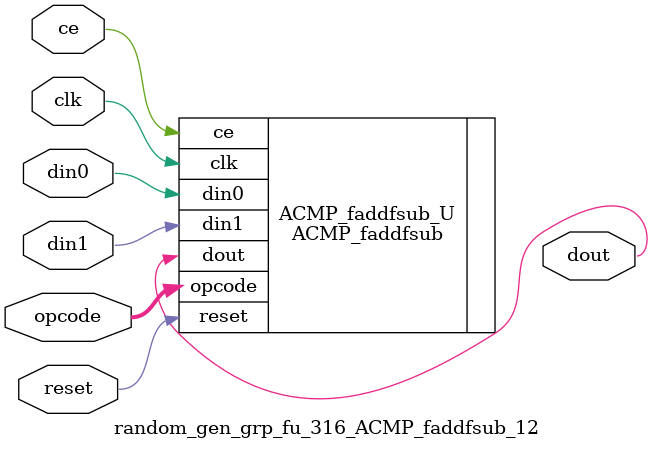
<source format=v>

`timescale 1 ns / 1 ps
module random_gen_grp_fu_316_ACMP_faddfsub_12(
    clk,
    reset,
    ce,
    din0,
    din1,
    opcode,
    dout);

parameter ID = 32'd1;
parameter NUM_STAGE = 32'd1;
parameter din0_WIDTH = 32'd1;
parameter din1_WIDTH = 32'd1;
parameter dout_WIDTH = 32'd1;
input clk;
input reset;
input ce;
input[din0_WIDTH - 1:0] din0;
input[din1_WIDTH - 1:0] din1;
input[2 - 1:0] opcode;
output[dout_WIDTH - 1:0] dout;



ACMP_faddfsub #(
.ID( ID ),
.NUM_STAGE( 5 ),
.din0_WIDTH( din0_WIDTH ),
.din1_WIDTH( din1_WIDTH ),
.dout_WIDTH( dout_WIDTH ))
ACMP_faddfsub_U(
    .clk( clk ),
    .reset( reset ),
    .ce( ce ),
    .din0( din0 ),
    .din1( din1 ),
    .dout( dout ),
    .opcode( opcode ));

endmodule

</source>
